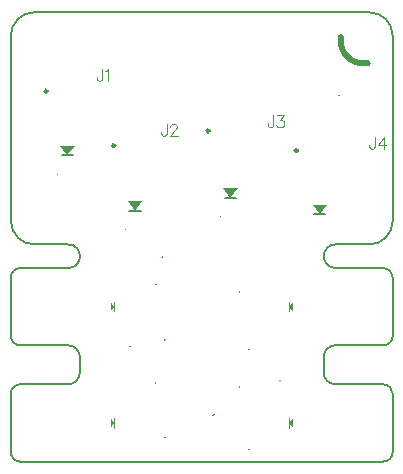
<source format=gto>
G04*
G04 #@! TF.GenerationSoftware,Altium Limited,Altium Designer,21.5.1 (32)*
G04*
G04 Layer_Color=65535*
%FSAX25Y25*%
%MOIN*%
G70*
G04*
G04 #@! TF.SameCoordinates,E145FAAA-776B-438C-AE4F-039C15631CA5*
G04*
G04*
G04 #@! TF.FilePolarity,Positive*
G04*
G01*
G75*
%ADD10C,0.00394*%
%ADD11C,0.00591*%
%ADD12C,0.00984*%
%ADD13C,0.00787*%
G36*
X-0029134Y0012854D02*
X-0030315Y0011280D01*
Y0014429D01*
X-0029134Y0012854D01*
D02*
G37*
G36*
Y0051638D02*
X-0030315Y0050063D01*
Y0053213D01*
X-0029134Y0051638D01*
D02*
G37*
G36*
X0029134Y0012854D02*
X0030315Y0014429D01*
Y0011280D01*
X0029134Y0012854D01*
D02*
G37*
G36*
Y0051638D02*
X0030315Y0053213D01*
Y0050063D01*
X0029134Y0051638D01*
D02*
G37*
G36*
X-0047146Y0105217D02*
X-0042421D01*
X-0044783Y0102067D01*
X-0047146Y0105217D01*
D02*
G37*
G36*
X-0024606Y0086811D02*
X-0019882D01*
X-0022244Y0083661D01*
X-0024606Y0086811D01*
D02*
G37*
G36*
X0007185Y0091142D02*
X0011909D01*
X0009547Y0087992D01*
X0007185Y0091142D01*
D02*
G37*
G36*
X0036909Y0085630D02*
X0041634D01*
X0039272Y0082480D01*
X0036909Y0085630D01*
D02*
G37*
G36*
X0051593Y0132108D02*
X0051347Y0132186D01*
X0051104Y0132271D01*
X0050863Y0132362D01*
X0050625Y0132461D01*
X0050390Y0132566D01*
X0050158Y0132678D01*
X0049929Y0132798D01*
X0049704Y0132923D01*
X0049483Y0133055D01*
X0049266Y0133194D01*
X0049052Y0133338D01*
X0048844Y0133489D01*
X0048639Y0133646D01*
X0048439Y0133809D01*
X0048245Y0133977D01*
X0048055Y0134151D01*
X0047870Y0134331D01*
X0047690Y0134516D01*
X0047516Y0134705D01*
X0047348Y0134900D01*
X0047185Y0135100D01*
X0047028Y0135305D01*
X0046877Y0135513D01*
X0046733Y0135727D01*
X0046594Y0135944D01*
X0046462Y0136165D01*
X0046336Y0136390D01*
X0046218Y0136619D01*
X0046105Y0136851D01*
X0046000Y0137086D01*
X0045901Y0137324D01*
X0045810Y0137565D01*
X0045725Y0137808D01*
X0045647Y0138054D01*
X0045577Y0138302D01*
X0045514Y0138551D01*
X0045458Y0138803D01*
X0045410Y0139056D01*
X0045369Y0139310D01*
X0045335Y0139566D01*
X0045309Y0139822D01*
X0045290Y0140079D01*
X0045279Y0140336D01*
X0045275Y0140594D01*
X0045279Y0140852D01*
X0045290Y0141109D01*
X0045309Y0141366D01*
X0045328Y0141553D01*
X0045328Y0141553D01*
X0045337Y0141618D01*
X0045355Y0141701D01*
X0045381Y0141783D01*
X0045414Y0141862D01*
X0045453Y0141939D01*
X0045500Y0142011D01*
X0045552Y0142079D01*
X0045610Y0142142D01*
X0045673Y0142200D01*
X0045741Y0142253D01*
X0045814Y0142299D01*
X0045890Y0142338D01*
X0045969Y0142371D01*
X0046051Y0142397D01*
X0046134Y0142415D01*
X0046220Y0142427D01*
X0046305Y0142430D01*
X0046391Y0142427D01*
X0046476Y0142415D01*
X0046533Y0142403D01*
X0046533Y0142404D01*
X0046533D01*
X0046536Y0142403D01*
X0046536D01*
X0046536Y0142402D01*
X0046563Y0142396D01*
X0046645Y0142370D01*
X0046724Y0142338D01*
X0046800Y0142298D01*
X0046873Y0142252D01*
X0046941Y0142200D01*
X0047004Y0142142D01*
X0047062Y0142078D01*
X0047114Y0142010D01*
X0047160Y0141938D01*
X0047200Y0141862D01*
X0047233Y0141782D01*
X0047259Y0141701D01*
X0047277Y0141617D01*
X0047289Y0141532D01*
X0047292Y0141446D01*
X0047289Y0141360D01*
X0047286Y0141340D01*
X0047286Y0141340D01*
X0047286Y0141340D01*
X0047278Y0141272D01*
X0047260Y0141047D01*
X0047249Y0140822D01*
X0047245Y0140596D01*
X0047249Y0140371D01*
X0047260Y0140145D01*
X0047279Y0139921D01*
X0047304Y0139697D01*
X0047337Y0139473D01*
X0047378Y0139252D01*
X0047425Y0139031D01*
X0047480Y0138812D01*
X0047542Y0138596D01*
X0047611Y0138381D01*
X0047687Y0138169D01*
X0047770Y0137959D01*
X0047860Y0137752D01*
X0047956Y0137548D01*
X0048059Y0137348D01*
X0048169Y0137151D01*
X0048285Y0136957D01*
X0048407Y0136767D01*
X0048535Y0136582D01*
X0048669Y0136401D01*
X0048810Y0136224D01*
X0048956Y0136052D01*
X0049107Y0135885D01*
X0049264Y0135723D01*
X0049426Y0135566D01*
X0049593Y0135415D01*
X0049765Y0135269D01*
X0049942Y0135129D01*
X0050123Y0134995D01*
X0050308Y0134866D01*
X0050498Y0134744D01*
X0050691Y0134628D01*
X0050888Y0134519D01*
X0051089Y0134416D01*
X0051293Y0134319D01*
X0051499Y0134230D01*
X0051709Y0134147D01*
X0051921Y0134071D01*
X0052136Y0134002D01*
X0052353Y0133940D01*
X0052572Y0133885D01*
X0052792Y0133837D01*
X0053014Y0133797D01*
X0053237Y0133764D01*
X0053461Y0133738D01*
X0053686Y0133720D01*
X0053911Y0133709D01*
X0054137Y0133705D01*
X0054362Y0133709D01*
X0054587Y0133720D01*
X0054812Y0133738D01*
X0055036Y0133764D01*
X0055147Y0133780D01*
X0055147Y0133779D01*
X0055205Y0133787D01*
X0055291Y0133791D01*
X0055377Y0133787D01*
X0055462Y0133776D01*
X0055546Y0133757D01*
X0055627Y0133731D01*
X0055707Y0133699D01*
X0055783Y0133659D01*
X0055855Y0133613D01*
X0055923Y0133561D01*
X0055986Y0133503D01*
X0056044Y0133440D01*
X0056097Y0133371D01*
X0056143Y0133299D01*
X0056182Y0133223D01*
X0056215Y0133144D01*
X0056238Y0133072D01*
X0056238Y0133072D01*
Y0133072D01*
X0056239Y0133071D01*
X0056238Y0133071D01*
X0056241Y0133060D01*
X0056260Y0132976D01*
X0056271Y0132891D01*
X0056275Y0132806D01*
X0056271Y0132720D01*
X0056260Y0132635D01*
X0056241Y0132551D01*
X0056216Y0132469D01*
X0056183Y0132390D01*
X0056143Y0132314D01*
X0056097Y0132241D01*
X0056045Y0132173D01*
X0055987Y0132110D01*
X0055924Y0132052D01*
X0055856Y0132000D01*
X0055783Y0131954D01*
X0055707Y0131914D01*
X0055628Y0131881D01*
X0055546Y0131855D01*
X0055462Y0131837D01*
X0055436Y0131834D01*
X0055436Y0131833D01*
X0055417Y0131830D01*
X0055161Y0131796D01*
X0054905Y0131770D01*
X0054648Y0131751D01*
X0054391Y0131740D01*
X0054133Y0131736D01*
X0053875Y0131740D01*
X0053618Y0131751D01*
X0053361Y0131770D01*
X0053105Y0131796D01*
X0052849Y0131830D01*
X0052595Y0131871D01*
X0052342Y0131919D01*
X0052090Y0131975D01*
X0051841Y0132038D01*
X0051593Y0132108D01*
D02*
G37*
D10*
X-0025394Y0077362D02*
G03*
X-0025394Y0077362I-0000197J0000000D01*
G01*
X-0047933Y0095768D02*
G03*
X-0047933Y0095768I-0000197J0000000D01*
G01*
X0006398Y0081693D02*
G03*
X0006398Y0081693I-0000197J0000000D01*
G01*
X0036122Y0076181D02*
G03*
X0036122Y0076181I-0000197J0000000D01*
G01*
X0029134Y0011280D02*
Y0014429D01*
X-0029134Y0011280D02*
Y0014429D01*
X0029134Y0050063D02*
Y0053213D01*
X-0029134Y0050063D02*
Y0053213D01*
X0057717Y0108184D02*
Y0105185D01*
X0057530Y0104623D01*
X0057342Y0104436D01*
X0056967Y0104248D01*
X0056592D01*
X0056217Y0104436D01*
X0056030Y0104623D01*
X0055843Y0105185D01*
Y0105560D01*
X0060604Y0108184D02*
X0058729Y0105560D01*
X0061541D01*
X0060604Y0108184D02*
Y0104248D01*
X-0033119Y0130846D02*
Y0127847D01*
X-0033307Y0127284D01*
X-0033494Y0127097D01*
X-0033869Y0126909D01*
X-0034244D01*
X-0034619Y0127097D01*
X-0034806Y0127284D01*
X-0034993Y0127847D01*
Y0128221D01*
X-0032107Y0130096D02*
X-0031732Y0130283D01*
X-0031170Y0130846D01*
Y0126909D01*
X0023823Y0115354D02*
Y0112355D01*
X0023636Y0111792D01*
X0023448Y0111605D01*
X0023073Y0111417D01*
X0022699D01*
X0022324Y0111605D01*
X0022136Y0111792D01*
X0021949Y0112355D01*
Y0112729D01*
X0025210Y0115354D02*
X0027272D01*
X0026147Y0113854D01*
X0026710D01*
X0027085Y0113667D01*
X0027272Y0113479D01*
X0027459Y0112917D01*
Y0112542D01*
X0027272Y0111980D01*
X0026897Y0111605D01*
X0026335Y0111417D01*
X0025773D01*
X0025210Y0111605D01*
X0025023Y0111792D01*
X0024835Y0112167D01*
X-0011708Y0112499D02*
Y0109500D01*
X-0011896Y0108938D01*
X-0012083Y0108750D01*
X-0012458Y0108563D01*
X-0012833D01*
X-0013208Y0108750D01*
X-0013395Y0108938D01*
X-0013583Y0109500D01*
Y0109875D01*
X-0010509Y0111562D02*
Y0111749D01*
X-0010321Y0112124D01*
X-0010134Y0112312D01*
X-0009759Y0112499D01*
X-0009009D01*
X-0008634Y0112312D01*
X-0008447Y0112124D01*
X-0008259Y0111749D01*
Y0111374D01*
X-0008447Y0111000D01*
X-0008822Y0110437D01*
X-0010696Y0108563D01*
X-0008072D01*
D11*
X-0024016Y0038386D02*
G03*
X-0024016Y0038386I-0000197J0000000D01*
G01*
X-0015332Y0026139D02*
G03*
X-0015332Y0026139I-0000197J0000000D01*
G01*
Y0059082D02*
G03*
X-0015332Y0059082I-0000197J0000000D01*
G01*
X0015726Y0037444D02*
G03*
X0015726Y0037444I-0000197J0000000D01*
G01*
Y0004078D02*
G03*
X0015726Y0004078I-0000197J0000000D01*
G01*
X-0012249Y0008027D02*
G03*
X-0012249Y0008027I-0000197J0000000D01*
G01*
Y0040605D02*
G03*
X-0012249Y0040605I-0000197J0000000D01*
G01*
X0012643Y0024847D02*
G03*
X0012643Y0024847I-0000197J0000000D01*
G01*
Y0056540D02*
G03*
X0012643Y0056540I-0000197J0000000D01*
G01*
X0003937Y0015650D02*
G03*
X0003937Y0015650I-0000197J0000000D01*
G01*
X-0013091Y0068307D02*
G03*
X-0013091Y0068307I-0000197J0000000D01*
G01*
X0045669Y0122047D02*
G03*
X0045669Y0122047I-0000197J0000000D01*
G01*
X0025984Y0027067D02*
G03*
X0025984Y0027067I-0000197J0000000D01*
G01*
D12*
X-0051355Y0123454D02*
G03*
X-0051355Y0123454I-0000492J0000000D01*
G01*
X-0028914Y0105334D02*
G03*
X-0028914Y0105334I-0000492J0000000D01*
G01*
X0002582Y0110265D02*
G03*
X0002582Y0110265I-0000492J0000000D01*
G01*
X0032011Y0103670D02*
G03*
X0032011Y0103670I-0000492J0000000D01*
G01*
D13*
X-0046752Y0102067D02*
X-0045374D01*
X-0046752D02*
X-0042815D01*
X-0024213Y0083661D02*
X-0022835D01*
X-0024213D02*
X-0020276D01*
X0007579Y0087992D02*
X0008957D01*
X0007579D02*
X0011516D01*
X0037303Y0082480D02*
X0038681D01*
X0037303D02*
X0041240D01*
X-0063660Y0003150D02*
G03*
X-0060510Y-0000000I0003145J-0000004D01*
G01*
X0063660Y0141890D02*
G03*
X0055785Y0149764I-0007874J0000000D01*
G01*
X-0040628Y0034803D02*
G03*
X-0044565Y0038740I-0003937J-0000000D01*
G01*
X0055785Y0072366D02*
G03*
X0063660Y0080240I-0000003J0007877D01*
G01*
X-0060510Y0025748D02*
G03*
X-0063660Y0022598I-0000004J-0003145D01*
G01*
X0040628Y0029687D02*
G03*
X0044565Y0025748I0003939J0000000D01*
G01*
X-0044565Y0064488D02*
G03*
X-0044565Y0072366I-0000002J0003939D01*
G01*
X0060510Y0038740D02*
G03*
X0063660Y0041890I0000004J0003145D01*
G01*
X0044569Y0072366D02*
G03*
X0044565Y0064488I-0000002J-0003939D01*
G01*
X-0063656Y0080240D02*
G03*
X-0055782Y0072366I0007877J0000003D01*
G01*
X-0060510Y0064488D02*
G03*
X-0063660Y0061339I-0000004J-0003145D01*
G01*
X-0044565Y0025748D02*
G03*
X-0040628Y0029687I-0000002J0003939D01*
G01*
X0060510Y0000000D02*
G03*
X0063660Y0003150I0000004J0003145D01*
G01*
X0044565Y0038740D02*
G03*
X0040628Y0034803I0000000J-0003937D01*
G01*
X-0055782Y0149764D02*
G03*
X-0063656Y0141890I0000000J-0007874D01*
G01*
X-0063660Y0041890D02*
G03*
X-0060510Y0038740I0003145J-0000004D01*
G01*
X0063660Y0061339D02*
G03*
X0060510Y0064488I-0003145J0000004D01*
G01*
X0063660Y0022598D02*
G03*
X0060510Y0025748I-0003145J0000004D01*
G01*
X-0063660Y0041890D02*
Y0061339D01*
X0044569Y0072366D02*
X0055785D01*
X0063660Y0003150D02*
Y0022598D01*
X-0060510Y0038740D02*
X-0044565D01*
X0063660Y0080240D02*
Y0141890D01*
X0044565Y0025748D02*
X0060510D01*
X-0055782Y0149764D02*
X0055785D01*
X-0040628Y0029687D02*
Y0034803D01*
X0040628Y0029687D02*
Y0034803D01*
X-0063656Y0080240D02*
Y0141890D01*
X-0060510Y0025748D02*
X-0044565D01*
X0044565Y0038740D02*
X0060510D01*
X-0055782Y0072366D02*
X-0044565D01*
X-0063660Y0003150D02*
Y0022598D01*
X0063660Y0041890D02*
Y0061339D01*
X-0060510Y0064488D02*
X-0044565D01*
X0044565D02*
X0060510D01*
X-0060510Y0000000D02*
X0060510D01*
M02*

</source>
